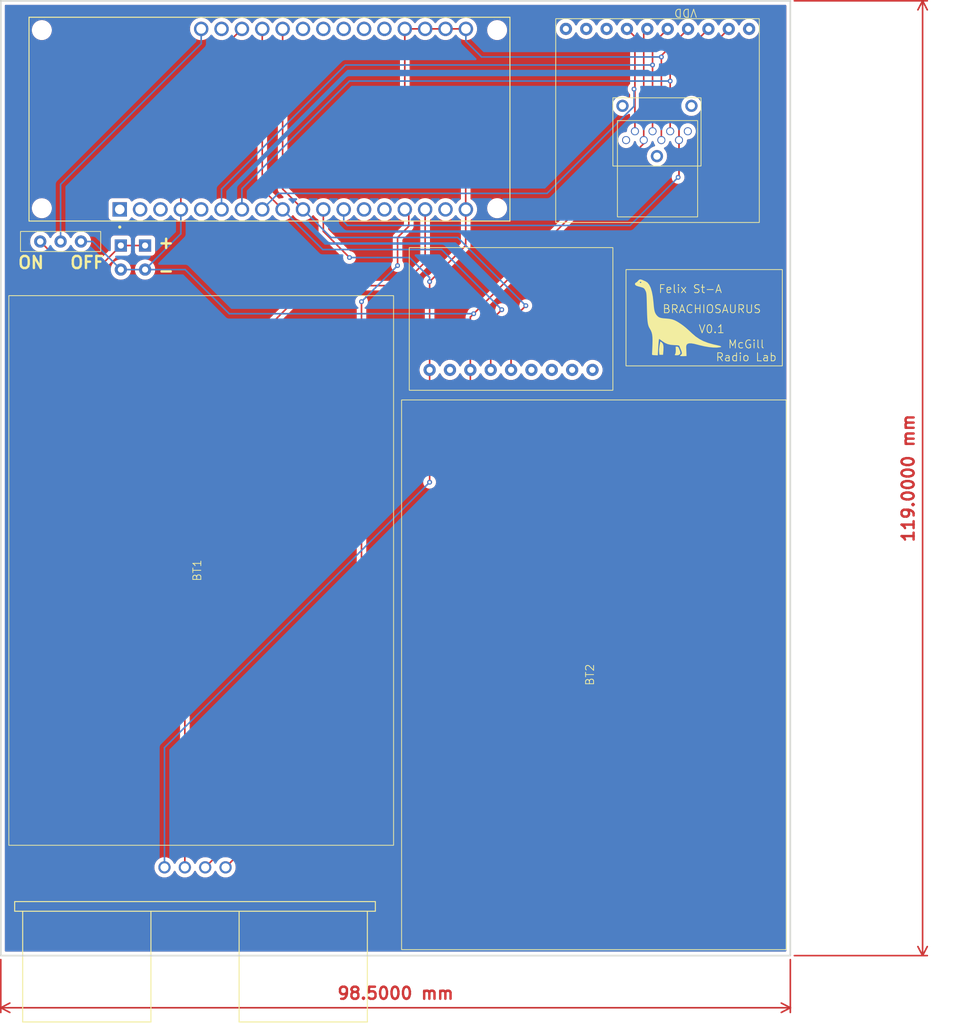
<source format=kicad_pcb>
(kicad_pcb (version 20240108) (generator "pcbnew") (generator_version "8.0")
  (layers (0 "F.Cu" signal) (31 "B.Cu" signal) (34 "B.Paste" user) (35 "F.Paste" user) (36 "B.SilkS" user "B.Silkscreen") (37 "F.SilkS" user "F.Silkscreen") (38 "B.Mask" user) (39 "F.Mask" user) (44 "Edge.Cuts" user))
  (net 0 "")
  (net 1 "Net-(U1-TRIG)")
  (net 2 "Net-(U1-ECHO)")
  (net 3 "Net-(U1-VCC)")
  (net 8 "Net-(U3-SCL)")
  (net 10 "Net-(U3-SDA)")
  (net 11 "Net-(U2-SCK)")
  (net 13 "Net-(U2-MISO)")
  (net 15 "Net-(U2-D7)")
  (net 18 "Net-(U2-MOSI)")
  (net 33 "Net-(SW1-B)")
  (net 36 "Net-(SW1-A)")
  (net 37 "Net-(SW1-C)")
  (footprint "singing foot:batteries" (layer "F.Cu") (at 121 110 90)
    (property "Reference" "BT1" (at 0 -0.5 90) (layer "F.SilkS") (effects (font (thickness 0.1))))
    (property "Value" "Battery_Cell")
    (fp_rect (start 34.25 -24) (end -34.25 24) (stroke (width 0.1)) (fill none) (layer "F.SilkS"))
  )
  (footprint "singing foot:battery_holes" (layer "F.Cu") (at 110.976 71 -90)
    (property "Reference" "U7" (hide yes))
    (property "Value" "~")
    (pad "1" thru_hole rect (at -1.5 0 270) (size 1.524 1.524) (drill 0.762) (layers "*.Cu" "*.Mask") (net 37 "Net-(SW1-C)"))
    (pad "2" thru_hole circle (at 1.5 0 270) (size 1.524 1.524) (drill 0.762) (layers "*.Cu" "*.Mask") (net 36 "Net-(SW1-A)"))
  )
  (footprint "singing foot:accelerometer" (layer "F.Cu") (at 159.66 78.65)
    (property "Reference" "U3" (hide yes))
    (property "Value" "~" (hide yes))
    (fp_rect (start -12.7 -8.89) (end 12.7 8.89) (stroke (width 0.1)) (fill none) (layer "F.SilkS"))
    (pad "1" thru_hole circle (at -10.16 6.35) (size 1.524 1.524) (drill 0.762) (layers "*.Cu" "*.Mask") (net 3 "Net-(U1-VCC)"))
    (pad "2" thru_hole circle (at -7.62 6.35) (size 1.524 1.524) (drill 0.762) (layers "*.Cu" "*.Mask"))
    (pad "3" thru_hole circle (at -5.08 6.35) (size 1.524 1.524) (drill 0.762) (layers "*.Cu" "*.Mask") (net 36 "Net-(SW1-A)"))
    (pad "4" thru_hole circle (at -2.54 6.35) (size 1.524 1.524) (drill 0.762) (layers "*.Cu" "*.Mask") (net 8 "Net-(U3-SCL)"))
    (pad "5" thru_hole circle (at 0 6.35) (size 1.524 1.524) (drill 0.762) (layers "*.Cu" "*.Mask") (net 10 "Net-(U3-SDA)"))
    (pad "6" thru_hole circle (at 2.54 6.35) (size 1.524 1.524) (drill 0.762) (layers "*.Cu" "*.Mask"))
    (pad "7" thru_hole circle (at 5.08 6.35) (size 1.524 1.524) (drill 0.762) (layers "*.Cu" "*.Mask"))
    (pad "8" thru_hole circle (at 7.62 6.35) (size 1.524 1.524) (drill 0.762) (layers "*.Cu" "*.Mask"))
    (pad "9" thru_hole circle (at 10.16 6.35) (size 1.524 1.524) (drill 0.762) (layers "*.Cu" "*.Mask"))
  )
  (footprint "singing foot:uSD board" (layer "F.Cu") (at 177.93 53.93 180)
    (property "Reference" "U4" (hide yes))
    (property "Value" "~" (hide yes))
    (fp_rect (start -5 -12) (end 5 0) (stroke (width 0.1)) (fill none) (layer "F.SilkS"))
    (fp_rect (start -12.7 -12.7) (end 12.7 12.7) (stroke (width 0.1)) (fill none) (layer "F.SilkS"))
    (fp_text user "VDD" (at -5 14 180) (layer "F.SilkS") (effects (font (thickness 0.1)) (justify left bottom)))
    (pad "1" thru_hole circle (at -11.43 11.43 180) (size 1.524 1.524) (drill 0.762) (layers "*.Cu" "*.Mask"))
    (pad "2" thru_hole circle (at -8.89 11.43 180) (size 1.524 1.524) (drill 0.762) (layers "*.Cu" "*.Mask") (net 15 "Net-(U2-D7)"))
    (pad "3" thru_hole circle (at -6.35 11.43 180) (size 1.524 1.524) (drill 0.762) (layers "*.Cu" "*.Mask") (net 18 "Net-(U2-MOSI)"))
    (pad "4" thru_hole circle (at -3.81 11.43 180) (size 1.524 1.524) (drill 0.762) (layers "*.Cu" "*.Mask") (net 3 "Net-(U1-VCC)"))
    (pad "5" thru_hole circle (at -1.27 11.43 180) (size 1.524 1.524) (drill 0.762) (layers "*.Cu" "*.Mask") (net 11 "Net-(U2-SCK)"))
    (pad "6" thru_hole circle (at 1.27 11.43 180) (size 1.524 1.524) (drill 0.762) (layers "*.Cu" "*.Mask") (net 36 "Net-(SW1-A)"))
    (pad "7" thru_hole circle (at 3.81 11.43 180) (size 1.524 1.524) (drill 0.762) (layers "*.Cu" "*.Mask") (net 13 "Net-(U2-MISO)"))
    (pad "8" thru_hole circle (at 6.35 11.43 180) (size 1.524 1.524) (drill 0.762) (layers "*.Cu" "*.Mask"))
    (pad "9" thru_hole circle (at 8.89 11.43 180) (size 1.524 1.524) (drill 0.762) (layers "*.Cu" "*.Mask"))
    (pad "10" thru_hole circle (at 11.43 11.43 180) (size 1.524 1.524) (drill 0.762) (layers "*.Cu" "*.Mask"))
  )
  (footprint "singing foot:battery_holes" (layer "F.Cu") (at 114 71 -90)
    (property "Reference" "U6" (hide yes))
    (property "Value" "~" (hide yes))
    (pad "1" thru_hole rect (at -1.5 0 270) (size 1.524 1.524) (drill 0.762) (layers "*.Cu" "*.Mask") (net 37 "Net-(SW1-C)"))
    (pad "2" thru_hole circle (at 1.5 0 270) (size 1.524 1.524) (drill 0.762) (layers "*.Cu" "*.Mask") (net 36 "Net-(SW1-A)"))
  )
  (footprint "singing foot:MODULE_DFR0654" (layer "F.Cu") (at 129.52 53.75 90)
    (property "Reference" "U2" (hide yes))
    (property "Value" "DFR0654")
    (fp_line (start 12.7 -30) (end -12.7 -30) (stroke (width 0.127)) (layer "F.SilkS"))
    (fp_line (start 12.7 -30) (end 12.7 30) (stroke (width 0.127)) (layer "F.SilkS"))
    (fp_line (start -12.7 -30) (end -12.7 30) (stroke (width 0.127)) (layer "F.SilkS"))
    (fp_line (start 12.7 30) (end -12.7 30) (stroke (width 0.127)) (layer "F.SilkS"))
    (fp_circle (center -13.45 -18.68) (end -13.35 -18.68) (stroke (width 0.2)) (fill none) (layer "F.SilkS"))
    (pad "" np_thru_hole circle (at -11.1 -28.4 90) (size 2 2) (drill 2) (layers "*.Cu" "*.Mask"))
    (pad "" np_thru_hole circle (at -11.1 28.4 90) (size 2 2) (drill 2) (layers "*.Cu" "*.Mask"))
    (pad "" np_thru_hole circle (at 11.1 -28.4 90) (size 2 2) (drill 2) (layers "*.Cu" "*.Mask"))
    (pad "" np_thru_hole circle (at 11.1 28.4 90) (size 2 2) (drill 2) (layers "*.Cu" "*.Mask"))
    (pad "1" thru_hole rect (at -11.25 -18.68 90) (size 1.8 1.8) (drill 1.2) (layers "*.Cu" "*.Mask"))
    (pad "2" thru_hole circle (at -11.25 -16.14 90) (size 1.8 1.8) (drill 1.2) (layers "*.Cu" "*.Mask"))
    (pad "3" thru_hole circle (at -11.25 -13.6 90) (size 1.8 1.8) (drill 1.2) (layers "*.Cu" "*.Mask"))
    (pad "4" thru_hole circle (at -11.25 -11.06 90) (size 1.8 1.8) (drill 1.2) (layers "*.Cu" "*.Mask") (net 36 "Net-(SW1-A)"))
    (pad "5" thru_hole circle (at -11.25 -8.52 90) (size 1.8 1.8) (drill 1.2) (layers "*.Cu" "*.Mask"))
    (pad "6" thru_hole circle (at -11.25 -5.98 90) (size 1.8 1.8) (drill 1.2) (layers "*.Cu" "*.Mask") (net 11 "Net-(U2-SCK)"))
    (pad "7" thru_hole circle (at -11.25 -3.44 90) (size 1.8 1.8) (drill 1.2) (layers "*.Cu" "*.Mask") (net 18 "Net-(U2-MOSI)"))
    (pad "8" thru_hole circle (at -11.25 -0.9 90) (size 1.8 1.8) (drill 1.2) (layers "*.Cu" "*.Mask") (net 13 "Net-(U2-MISO)"))
    (pad "9" thru_hole circle (at -11.25 1.64 90) (size 1.8 1.8) (drill 1.2) (layers "*.Cu" "*.Mask") (net 8 "Net-(U3-SCL)"))
    (pad "10" thru_hole circle (at -11.25 4.18 90) (size 1.8 1.8) (drill 1.2) (layers "*.Cu" "*.Mask") (net 10 "Net-(U3-SDA)"))
    (pad "11" thru_hole circle (at -11.25 6.72 90) (size 1.8 1.8) (drill 1.2) (layers "*.Cu" "*.Mask") (net 3 "Net-(U1-VCC)"))
    (pad "12" thru_hole circle (at -11.25 9.26 90) (size 1.8 1.8) (drill 1.2) (layers "*.Cu" "*.Mask") (net 15 "Net-(U2-D7)"))
    (pad "13" thru_hole circle (at -11.25 11.8 90) (size 1.8 1.8) (drill 1.2) (layers "*.Cu" "*.Mask"))
    (pad "14" thru_hole circle (at -11.25 14.34 90) (size 1.8 1.8) (drill 1.2) (layers "*.Cu" "*.Mask"))
    (pad "15" thru_hole circle (at -11.25 16.88 90) (size 1.8 1.8) (drill 1.2) (layers "*.Cu" "*.Mask") (net 2 "Net-(U1-ECHO)"))
    (pad "16" thru_hole circle (at -11.25 19.42 90) (size 1.8 1.8) (drill 1.2) (layers "*.Cu" "*.Mask") (net 1 "Net-(U1-TRIG)"))
    (pad "17" thru_hole circle (at -11.25 21.96 90) (size 1.8 1.8) (drill 1.2) (layers "*.Cu" "*.Mask"))
    (pad "18" thru_hole circle (at -11.25 24.5 90) (size 1.8 1.8) (drill 1.2) (layers "*.Cu" "*.Mask"))
    (pad "19" thru_hole circle (at 11.25 24.5 90) (size 1.8 1.8) (drill 1.2) (layers "*.Cu" "*.Mask") (net 3 "Net-(U1-VCC)"))
    (pad "20" thru_hole circle (at 11.25 21.96 90) (size 1.8 1.8) (drill 1.2) (layers "*.Cu" "*.Mask") (net 3 "Net-(U1-VCC)"))
    (pad "21" thru_hole circle (at 11.25 19.42 90) (size 1.8 1.8) (drill 1.2) (layers "*.Cu" "*.Mask") (net 3 "Net-(U1-VCC)"))
    (pad "22" thru_hole circle (at 11.25 16.88 90) (size 1.8 1.8) (drill 1.2) (layers "*.Cu" "*.Mask") (net 3 "Net-(U1-VCC)"))
    (pad "23" thru_hole circle (at 11.25 14.34 90) (size 1.8 1.8) (drill 1.2) (layers "*.Cu" "*.Mask"))
    (pad "24" thru_hole circle (at 11.25 11.8 90) (size 1.8 1.8) (drill 1.2) (layers "*.Cu" "*.Mask"))
    (pad "25" thru_hole circle (at 11.25 9.26 90) (size 1.8 1.8) (drill 1.2) (layers "*.Cu" "*.Mask"))
    (pad "26" thru_hole circle (at 11.25 6.72 90) (size 1.8 1.8) (drill 1.2) (layers "*.Cu" "*.Mask"))
    (pad "27" thru_hole circle (at 11.25 4.18 90) (size 1.8 1.8) (drill 1.2) (layers "*.Cu" "*.Mask"))
    (pad "28" thru_hole circle (at 11.25 1.64 90) (size 1.8 1.8) (drill 1.2) (layers "*.Cu" "*.Mask") (net 10 "Net-(U3-SDA)"))
    (pad "29" thru_hole circle (at 11.25 -0.9 90) (size 1.8 1.8) (drill 1.2) (layers "*.Cu" "*.Mask") (net 8 "Net-(U3-SCL)"))
    (pad "30" thru_hole circle (at 11.25 -3.44 90) (size 1.8 1.8) (drill 1.2) (layers "*.Cu" "*.Mask") (net 36 "Net-(SW1-A)"))
    (pad "31" thru_hole circle (at 11.25 -5.98 90) (size 1.8 1.8) (drill 1.2) (layers "*.Cu" "*.Mask"))
    (pad "32" thru_hole circle (at 11.25 -8.52 90) (size 1.8 1.8) (drill 1.2) (layers "*.Cu" "*.Mask") (net 33 "Net-(SW1-B)"))
  )
  (footprint "singing foot:XCVR_HC-SR04" (layer "F.Cu") (at 120.23 147)
    (property "Reference" "U1" (hide yes))
    (property "Value" "HC-SR04" (hide yes))
    (fp_line (start -22.5 4.27) (end 22.5 4.27) (stroke (width 0.127)) (layer "F.SilkS"))
    (fp_line (start -22.5 5.47) (end -22.5 4.27) (stroke (width 0.127)) (layer "F.SilkS"))
    (fp_line (start -21.5 5.47) (end -22.5 5.47) (stroke (width 0.127)) (layer "F.SilkS"))
    (fp_line (start -21.5 5.47) (end -21.5 19.27) (stroke (width 0.127)) (layer "F.SilkS"))
    (fp_line (start -21.5 19.27) (end -5.5 19.27) (stroke (width 0.127)) (layer "F.SilkS"))
    (fp_line (start -5.5 5.47) (end -21.5 5.47) (stroke (width 0.127)) (layer "F.SilkS"))
    (fp_line (start -5.5 5.47) (end -5.5 19.27) (stroke (width 0.127)) (layer "F.SilkS"))
    (fp_line (start 5.5 5.47) (end -5.5 5.47) (stroke (width 0.127)) (layer "F.SilkS"))
    (fp_line (start 5.5 5.47) (end 5.5 19.27) (stroke (width 0.127)) (layer "F.SilkS"))
    (fp_line (start 5.5 19.27) (end 21.5 19.27) (stroke (width 0.127)) (layer "F.SilkS"))
    (fp_line (start 21.5 5.47) (end 5.5 5.47) (stroke (width 0.127)) (layer "F.SilkS"))
    (fp_line (start 21.5 5.47) (end 21.5 19.27) (stroke (width 0.127)) (layer "F.SilkS"))
    (fp_line (start 22.5 4.27) (end 22.5 5.47) (stroke (width 0.127)) (layer "F.SilkS"))
    (fp_line (start 22.5 5.47) (end 21.5 5.47) (stroke (width 0.127)) (layer "F.SilkS"))
    (pad "1" thru_hole circle (at -3.81 0) (size 1.53 1.53) (drill 1.02) (layers "*.Cu" "*.Mask") (net 3 "Net-(U1-VCC)"))
    (pad "2" thru_hole circle (at -1.27 0) (size 1.53 1.53) (drill 1.02) (layers "*.Cu" "*.Mask") (net 1 "Net-(U1-TRIG)"))
    (pad "3" thru_hole circle (at 1.27 0) (size 1.53 1.53) (drill 1.02) (layers "*.Cu" "*.Mask") (net 2 "Net-(U1-ECHO)"))
    (pad "4" thru_hole circle (at 3.81 0) (size 1.53 1.53) (drill 1.02) (layers "*.Cu" "*.Mask") (net 36 "Net-(SW1-A)"))
  )
  (footprint "singing foot:batteries" (layer "F.Cu") (at 170 123 90)
    (property "Reference" "BT2" (at 0 -0.5 90) (layer "F.SilkS") (effects (font (thickness 0.1))))
    (property "Value" "Battery_Cell")
    (fp_rect (start 34.25 -24) (end -34.25 24) (stroke (width 0.1)) (fill none) (layer "F.SilkS"))
  )
  (footprint "singing foot:small_brachi" (layer "F.Cu") (at 180.5 78.5)
    (property "Reference" "G***" (hide yes))
    (property "Value" "LOGO" (hide yes))
    (fp_poly (pts (xy -2.179575 2.975739) (xy -2.075466 3.047072) (xy -2.048968 3.066464) (xy -1.929661 3.196215) (xy -1.855269 3.385284) (xy -1.822709 3.650108) (xy -1.828902 4.007124) (xy -1.841165 4.175014) (xy -1.879088 4.62364) (xy -2.10457 4.62364) (xy -2.330053 4.62364) (xy -2.368993 4.278368) (xy -2.374791 3.916444) (xy -2.322484 3.493244) (xy -2.314851 3.452718) (xy -2.271831 3.228786) (xy -2.239342 3.056035) (xy -2.222802 2.963406) (xy -2.22176 2.955531)) (fill solid) (layer "F.SilkS"))
    (fp_poly (pts (xy -0.139 3.603718) (xy -0.040579 3.616615) (xy 0.03143 3.671419) (xy 0.099509 3.794159) (xy 0.16513 3.955839) (xy 0.248511 4.180985) (xy 0.287907 4.326859) (xy 0.284976 4.425271) (xy 0.241381 4.508029) (xy 0.19682 4.562907) (xy 0.064462 4.65323) (xy -0.142234 4.683526) (xy -0.163464 4.683688) (xy -0.319981 4.676606) (xy -0.410978 4.658785) (xy -0.420331 4.649716) (xy -0.394539 4.576553) (xy -0.348555 4.484586) (xy -0.311949 4.353489) (xy -0.292477 4.150721) (xy -0.292401 3.978132) (xy -0.308023 3.602837)) (fill solid) (layer "F.SilkS"))
    (fp_poly (pts (xy -4.522341 -4.735148) (xy -4.490087 -4.721017) (xy -4.292407 -4.634026) (xy -4.084288 -4.546989) (xy -4.076119 -4.543693) (xy -3.821391 -4.379928) (xy -3.602215 -4.107279) (xy -3.418114 -3.724464) (xy -3.268613 -3.230199) (xy -3.153236 -2.623203) (xy -3.071508 -1.902194) (xy -3.064577 -1.816189) (xy -3.025325 -1.380576) (xy -2.979853 -1.043265) (xy -2.921973 -0.782461) (xy -2.845493 -0.576371) (xy -2.744224 -0.403202) (xy -2.619565 -0.249496) (xy -2.483482 -0.122834) (xy -2.325726 -0.03262) (xy -2.120894 0.029157) (xy -1.843583 0.070509) (xy -1.52379 0.096094) (xy -1.106961 0.134071) (xy -0.766788 0.19864) (xy -0.460501 0.303773) (xy -0.145327 0.463439) (xy 0.14315 0.640598) (xy 0.42829 0.831654) (xy 0.695482 1.02798) (xy 0.968013 1.248692) (xy 1.269167 1.512908) (xy 1.622233 1.839745) (xy 1.742737 1.953797) (xy 2.18666 2.335932) (xy 2.65339 2.653799) (xy 3.163787 2.917257) (xy 3.738708 3.136165) (xy 4.399012 3.320384) (xy 4.838328 3.417046) (xy 5.138077 3.486539) (xy 5.320233 3.549637) (xy 5.384192 3.605915) (xy 5.329351 3.654947) (xy 5.218953 3.684932) (xy 4.846593 3.72442) (xy 4.38569 3.71596) (xy 3.856748 3.661922) (xy 3.28027 3.564679) (xy 2.676757 3.426598) (xy 2.446294 3.364391) (xy 1.985494 3.249075) (xy 1.622887 3.192736) (xy 1.351093 3.197109) (xy 1.162731 3.26393) (xy 1.050419 3.394934) (xy 1.006776 3.591855) (xy 1.007583 3.702614) (xy 1.019045 3.927722) (xy 1.030822 4.200778) (xy 1.037607 4.383451) (xy 1.050827 4.773758) (xy 0.645508 4.791514) (xy 0.415249 4.792866) (xy 0.275803 4.774383) (xy 0.240189 4.746987) (xy 0.285727 4.66981) (xy 0.360283 4.609705) (xy 0.446474 4.527682) (xy 0.472814 4.411374) (xy 0.438446 4.23841) (xy 0.342512 3.98642) (xy 0.335778 3.970629) (xy 0.253119 3.77348) (xy 0.187955 3.610735) (xy 0.160199 3.534757) (xy 0.125113 3.488437) (xy 0.04054 3.45614) (xy -0.114242 3.433972) (xy -0.359955 3.41804) (xy -0.490828 3.412444) (xy -0.931714 3.374915) (xy -1.297835 3.291121) (xy -1.630224 3.146629) (xy -1.969913 2.927003) (xy -2.057139 2.861467) (xy -2.212369 2.745129) (xy -2.325589 2.665584) (xy -2.367054 2.64208) (xy -2.386866 2.6996) (xy -2.410117 2.862244) (xy -2.435413 3.11514) (xy -2.461359 3.443416) (xy -2.486559 3.832197) (xy -2.498246 4.040905) (xy -2.532756 4.689139) (xy -2.902667 4.671401) (xy -3.105162 4.658702) (xy -3.214217 4.636958) (xy -3.256432 4.593574) (xy -3.258411 4.515955) (xy -3.257188 4.503546) (xy -3.249821 4.394621) (xy -3.239287 4.189343) (xy -3.226675 3.911377) (xy -3.213077 3.58439) (xy -3.203744 3.344007) (xy -3.192472 2.842611) (xy -3.202984 2.438451) (xy -3.23876 2.110071) (xy -3.303279 1.836014) (xy -3.400019 1.594825) (xy -3.522035 1.381087) (xy -3.609788 1.231374) (xy -3.681487 1.071695) (xy -3.739111 0.887734) (xy -3.784643 0.665174) (xy -3.82006 0.389698) (xy -3.847344 0.04699) (xy -3.868475 -0.377268) (xy -3.885432 -0.897391) (xy -3.895766 -1.321041) (xy -3.907362 -1.829806) (xy -3.917916 -2.233512) (xy -3.928792 -2.547169) (xy -3.941356 -2.785788) (xy -3.956974 -2.96438) (xy -3.977011 -3.097955) (xy -4.002832 -3.201525) (xy -4.035803 -3.2901) (xy -4.07729 -3.378691) (xy -4.084214 -3.392672) (xy -4.157199 -3.530591) (xy -4.231156 -3.629534) (xy -4.330037 -3.703406) (xy -4.477793 -3.766108) (xy -4.698374 -3.831544) (xy -4.955054 -3.898181) (xy -5.210089 -3.984423) (xy -5.351895 -4.086915) (xy -5.386843 -4.211004) (xy -5.377544 -4.252921) (xy -5.312492 -4.355679) (xy -5.251889 -4.383452) (xy -5.21166 -4.403765) (xy -4.776671 -4.403765) (xy -4.731488 -4.336537) (xy -4.683688 -4.323405) (xy -4.60539 -4.366637) (xy -4.596182 -4.379303) (xy -4.600082 -4.450486) (xy -4.672271 -4.488515) (xy -4.744715 -4.472917) (xy -4.776671 -4.403765) (xy -5.21166 -4.403765) (xy -5.163405 -4.428131) (xy -5.054114 -4.53813) (xy -5.034924 -4.56299) (xy -4.878988 -4.726485) (xy -4.717996 -4.781009)) (fill solid) (layer "F.SilkS"))
  )
  (footprint "singing foot:uSD mount (up)" (layer "F.Cu") (at 177.86 52.09 180)
    (property "Reference" "U5" (hide yes))
    (property "Value" "~" (hide yes))
    (fp_rect (start -5.5 1) (end 5.5 -7.5) (stroke (width 0.1)) (fill none) (layer "F.SilkS"))
    (pad "" thru_hole circle (at -4.3 0 180) (size 1.524 1.524) (drill 0.9) (layers "*.Cu" "*.Mask"))
    (pad "" thru_hole circle (at 0 -6.27 180) (size 1.524 1.524) (drill 0.9) (layers "*.Cu" "*.Mask"))
    (pad "" thru_hole circle (at 4.3 0 180) (size 1.524 1.524) (drill 0.9) (layers "*.Cu" "*.Mask"))
    (pad "1" thru_hole circle (at -3.85 -3.17 180) (size 1 1) (drill 0.762) (layers "*.Cu" "*.Mask"))
    (pad "2" thru_hole circle (at -2.75 -4.27 180) (size 1 1) (drill 0.762) (layers "*.Cu" "*.Mask") (net 15 "Net-(U2-D7)"))
    (pad "3" thru_hole circle (at -1.65 -3.17 180) (size 1 1) (drill 0.762) (layers "*.Cu" "*.Mask") (net 18 "Net-(U2-MOSI)"))
    (pad "4" thru_hole circle (at -0.55 -4.27 180) (size 1 1) (drill 0.762) (layers "*.Cu" "*.Mask") (net 3 "Net-(U1-VCC)"))
    (pad "5" thru_hole circle (at 0.55 -3.17 180) (size 1 1) (drill 0.762) (layers "*.Cu" "*.Mask") (net 11 "Net-(U2-SCK)"))
    (pad "6" thru_hole circle (at 1.65 -4.27 180) (size 1 1) (drill 0.762) (layers "*.Cu" "*.Mask") (net 36 "Net-(SW1-A)"))
    (pad "7" thru_hole circle (at 2.75 -3.17 180) (size 1 1) (drill 0.762) (layers "*.Cu" "*.Mask") (net 13 "Net-(U2-MISO)"))
    (pad "8" thru_hole circle (at 3.85 -4.27 180) (size 1 1) (drill 0.762) (layers "*.Cu" "*.Mask"))
  )
  (footprint "singing foot:switch_sp" (layer "F.Cu") (at 103.46 69)
    (property "Reference" "SW1" (hide yes))
    (property "Value" "SW_SPDT_312" (hide yes))
    (fp_rect (start -5 -1.25) (end 5 1.25) (stroke (width 0.1)) (fill none) (layer "F.SilkS"))
    (pad "1" thru_hole circle (at 0 0) (size 1.524 1.524) (drill 0.8) (layers "*.Cu" "*.Mask") (net 33 "Net-(SW1-B)"))
    (pad "2" thru_hole circle (at -2.54 0) (size 1.524 1.524) (drill 0.8) (layers "*.Cu" "*.Mask") (net 37 "Net-(SW1-C)"))
    (pad "3" thru_hole circle (at 2.54 0) (size 1.524 1.524) (drill 0.8) (layers "*.Cu" "*.Mask") (net 36 "Net-(SW1-A)"))
  )
  (gr_rect (start 174 72.5) (end 193.5 84.5) (stroke (width 0.1)) (fill none) (layer "F.SilkS"))
  (gr_rect (start 194.5 158) (end 96 39) (stroke (width 0.2)) (fill none) (layer "Edge.Cuts"))
  (gr_text "V0.1" (at 183 80.5 0) (layer "F.SilkS") (effects (font (size 1 1) (thickness 0.1)) (justify left bottom)))
  (gr_text "-" (at 115.5 73.5 0) (layer "F.SilkS") (effects (font (size 1.5 1.5) (thickness 0.3) (bold yes)) (justify left bottom)))
  (gr_text "ON" (at 98 72.5 0) (layer "F.SilkS") (effects (font (size 1.5 1.5) (thickness 0.3) (bold yes)) (justify left bottom)))
  (gr_text "Felix St-A" (at 178 75.5 0) (layer "F.SilkS") (effects (font (size 1 1) (thickness 0.1)) (justify left bottom)))
  (gr_text "McGill\nRadio Lab" (at 189 84 0) (layer "F.SilkS") (effects (font (size 1 1) (thickness 0.1)) (justify bottom)))
  (gr_text "OFF" (at 104.5 72.5 0) (layer "F.SilkS") (effects (font (size 1.5 1.5) (thickness 0.3) (bold yes)) (justify left bottom)))
  (gr_text "BRACHIOSAURUS" (at 178.5 78 0) (layer "F.SilkS") (effects (font (size 1 1) (thickness 0.1)) (justify left bottom)))
  (gr_text "+" (at 115.5 70 0) (layer "F.SilkS") (effects (font (size 1.5 1.5) (thickness 0.3) (bold yes)) (justify left bottom)))
  (dimension (type aligned) (layer "F.Cu") (pts (xy 96 158) (xy 194.5 158)) (height 6.5) (gr_text "98,5000 mm" (at 145.25 162.7 0) (layer "F.Cu") (effects (font (size 1.5 1.5) (thickness 0.3)))) (format (prefix "") (suffix "") (units 3) (units_format 1) (precision 4)) (style (thickness 0.2) (arrow_length 1.27) (text_position_mode 0) (extension_height 0.58642) (extension_offset 0.5) keep_text_aligned))
  (dimension (type aligned) (layer "F.Cu") (pts (xy 194.5 158) (xy 194.5 39)) (height 16.5) (gr_text "119,0000 mm" (at 209.2 98.5 90) (layer "F.Cu") (effects (font (size 1.5 1.5) (thickness 0.3)))) (format (prefix "") (suffix "") (units 3) (units_format 1) (precision 4)) (style (thickness 0.2) (arrow_length 1.27) (text_position_mode 0) (extension_height 0.58642) (extension_offset 0.5) keep_text_aligned))
  (segment (start 134.5 74.5) (end 146 74.5) (width 0.2) (layer "F.Cu") (net 1))
  (segment (start 118.96 147) (end 118.96 90.04) (width 0.2) (layer "F.Cu") (net 1))
  (segment (start 119.25 89.75) (end 134.5 74.5) (width 0.2) (layer "F.Cu") (net 1))
  (segment (start 146 74.5) (end 148.94 71.56) (width 0.2) (layer "F.Cu") (net 1))
  (segment (start 148.94 71.56) (end 148.94 65) (width 0.2) (layer "F.Cu") (net 1))
  (segment (start 118.96 90.04) (end 119.25 89.75) (width 0.2) (layer "F.Cu") (net 1))
  (segment (start 145.5 68.5) (end 146.9 67.1) (width 0.2) (layer "F.Cu") (net 2))
  (segment (start 141 127.5) (end 141 125) (width 0.2) (layer "F.Cu") (net 2))
  (segment (start 146.9 67.1) (end 146.9 64.5) (width 0.2) (layer "F.Cu") (net 2))
  (segment (start 121.5 147) (end 141 127.5) (width 0.2) (layer "F.Cu") (net 2))
  (segment (start 145.5 72) (end 145.5 68.5) (width 0.2) (layer "F.Cu") (net 2))
  (segment (start 141 125) (end 141 76.5) (width 0.2) (layer "F.Cu") (net 2))
  (via (at 145.5 72) (size 0.6) (drill 0.3) (layers "F.Cu" "B.Cu") (net 2))
  (via (at 141 76.5) (size 0.6) (drill 0.3) (layers "F.Cu" "B.Cu") (net 2))
  (segment (start 141 76.5) (end 145.5 72) (width 0.2) (layer "B.Cu") (net 2))
  (segment (start 178.41 45.83) (end 181.74 42.5) (width 0.2) (layer "F.Cu") (net 3))
  (segment (start 154 69.5) (end 154 59) (width 0.2) (layer "F.Cu") (net 3))
  (segment (start 149.5 74) (end 154 69.5) (width 0.2) (layer "F.Cu") (net 3))
  (segment (start 154.02 42.5) (end 146.4 42.5) (width 0.2) (layer "F.Cu") (net 3))
  (segment (start 178.41 46) (end 178.41 56.36) (width 0.2) (layer "F.Cu") (net 3))
  (segment (start 154 59) (end 149.34 54.34) (width 0.2) (layer "F.Cu") (net 3))
  (segment (start 178.41 46) (end 178.41 45.83) (width 0.2) (layer "F.Cu") (net 3))
  (segment (start 139.5 71) (end 136.24 67.74) (width 0.2) (layer "F.Cu") (net 3))
  (segment (start 149.5 85) (end 149.5 74) (width 0.2) (layer "F.Cu") (net 3))
  (segment (start 146.4 42.5) (end 146.4 52.3) (width 0.2) (layer "F.Cu") (net 3))
  (segment (start 136.24 67.74) (end 136.24 65) (width 0.2) (layer "F.Cu") (net 3))
  (segment (start 149.5 99) (end 149.5 85) (width 0.2) (layer "F.Cu") (net 3))
  (via (at 149.5 99) (size 0.6) (drill 0.3) (layers "F.Cu" "B.Cu") (net 3))
  (via (at 139.5 71) (size 0.6) (drill 0.3) (layers "F.Cu" "B.Cu") (net 3))
  (via (at 149.5 74) (size 0.6) (drill 0.3) (layers "F.Cu" "B.Cu") (net 3))
  (via (at 178.41 46) (size 0.6) (drill 0.3) (layers "F.Cu" "B.Cu") (net 3))
  (segment (start 154.02 44.04) (end 154.02 42.5) (width 0.2) (layer "B.Cu") (net 3))
  (segment (start 116.42 132.08) (end 117.5 131) (width 0.2) (layer "B.Cu") (net 3))
  (segment (start 149.5 73.5) (end 147 71) (width 0.2) (layer "B.Cu") (net 3))
  (segment (start 178.41 46) (end 155.98 46) (width 0.2) (layer "B.Cu") (net 3))
  (segment (start 149.5 99) (end 117.5 131) (width 0.2) (layer "B.Cu") (net 3))
  (segment (start 147 71) (end 143 71) (width 0.2) (layer "B.Cu") (net 3))
  (segment (start 155.98 46) (end 154.02 44.04) (width 0.2) (layer "B.Cu") (net 3))
  (segment (start 143 71) (end 139.5 71) (width 0.2) (layer "B.Cu") (net 3))
  (segment (start 149.5 74) (end 149.5 73.5) (width 0.2) (layer "B.Cu") (net 3))
  (segment (start 116.42 147) (end 116.42 132.08) (width 0.2) (layer "B.Cu") (net 3))
  (segment (start 157.12 85) (end 157.12 78.88) (width 0.2) (layer "F.Cu") (net 8))
  (segment (start 157.12 78.88) (end 158.5 77.5) (width 0.2) (layer "F.Cu") (net 8))
  (segment (start 131.16 65) (end 128.62 62.46) (width 0.2) (layer "F.Cu") (net 8))
  (segment (start 128.62 62.46) (end 128.62 42.5) (width 0.2) (layer "F.Cu") (net 8))
  (via (at 158.5 77.5) (size 0.6) (drill 0.3) (layers "F.Cu" "B.Cu") (net 8))
  (segment (start 136.16 70) (end 131.16 65) (width 0.2) (layer "B.Cu") (net 8))
  (segment (start 151 70) (end 158.5 77.5) (width 0.2) (layer "B.Cu") (net 8))
  (segment (start 151 70) (end 136.16 70) (width 0.2) (layer "B.Cu") (net 8))
  (segment (start 159.66 78.84) (end 161.5 77) (width 0.2) (layer "F.Cu") (net 10))
  (segment (start 131.16 62.46) (end 131.16 42.5) (width 0.2) (layer "F.Cu") (net 10))
  (segment (start 133.7 65) (end 131.16 62.46) (width 0.2) (layer "F.Cu") (net 10))
  (segment (start 159.66 85) (end 159.66 78.84) (width 0.2) (layer "F.Cu") (net 10))
  (via (at 161.5 77) (size 0.6) (drill 0.3) (layers "F.Cu" "B.Cu") (net 10))
  (segment (start 161.5 77) (end 153 68.5) (width 0.2) (layer "B.Cu") (net 10))
  (segment (start 137.2 68.5) (end 133.7 65) (width 0.2) (layer "B.Cu") (net 10))
  (segment (start 153 68.5) (end 137.2 68.5) (width 0.2) (layer "B.Cu") (net 10))
  (segment (start 177.31 44.39) (end 179.2 42.5) (width 0.2) (layer "F.Cu") (net 11))
  (segment (start 177.31 47) (end 177.31 55.26) (width 0.2) (layer "F.Cu") (net 11))
  (segment (start 177.31 47) (end 177.31 44.39) (width 0.2) (layer "F.Cu") (net 11))
  (via (at 177.31 47) (size 0.6) (drill 0.3) (layers "F.Cu" "B.Cu") (net 11))
  (segment (start 139 47) (end 123.54 62.46) (width 0.2) (layer "B.Cu") (net 11))
  (segment (start 177.31 47) (end 139 47) (width 0.2) (layer "B.Cu") (net 11))
  (segment (start 123.54 62.46) (end 123.54 65) (width 0.2) (layer "B.Cu") (net 11))
  (segment (start 175.11 43.89) (end 175.11 43.49) (width 0.2) (layer "F.Cu") (net 13))
  (segment (start 175.11 55.26) (end 175.11 44.11) (width 0.2) (layer "F.Cu") (net 13))
  (segment (start 175 44) (end 175.11 43.89) (width 0.2) (layer "F.Cu") (net 13))
  (segment (start 175.11 44.11) (end 175 44) (width 0.2) (layer "F.Cu") (net 13))
  (segment (start 175.11 43.49) (end 174.12 42.5) (width 0.2) (layer "F.Cu") (net 13))
  (via (at 175 50) (size 0.6) (drill 0.3) (layers "F.Cu" "B.Cu") (net 13))
  (segment (start 130.62 63) (end 128.62 65) (width 0.2) (layer "B.Cu") (net 13))
  (segment (start 175 52.151895) (end 164.151895 63) (width 0.2) (layer "B.Cu") (net 13))
  (segment (start 164.151895 63) (end 130.62 63) (width 0.2) (layer "B.Cu") (net 13))
  (segment (start 175 50) (end 175 52.151895) (width 0.2) (layer "B.Cu") (net 13))
  (segment (start 182.41 46.91) (end 180.61 48.71) (width 0.2) (layer "F.Cu") (net 15))
  (segment (start 180.61 56.36) (end 180.61 60.89) (width 0.2) (layer "F.Cu") (net 15))
  (segment (start 180.61 60.89) (end 180.5 61) (width 0.2) (layer "F.Cu") (net 15))
  (segment (start 180.61 48.71) (end 180.61 56.36) (width 0.2) (layer "F.Cu") (net 15))
  (segment (start 182.41 46.91) (end 186.82 42.5) (width 0.2) (layer "F.Cu") (net 15))
  (via (at 180.5 61) (size 0.6) (drill 0.3) (layers "F.Cu" "B.Cu") (net 15))
  (segment (start 138.78 66.54) (end 138.78 65) (width 0.2) (layer "B.Cu") (net 15))
  (segment (start 139.24 67) (end 138.78 66.54) (width 0.2) (layer "B.Cu") (net 15))
  (segment (start 174.5 67) (end 139.24 67) (width 0.2) (layer "B.Cu") (net 15))
  (segment (start 180.5 61) (end 174.5 67) (width 0.2) (layer "B.Cu") (net 15))
  (segment (start 179.51 49) (end 179.51 47.27) (width 0.2) (layer "F.Cu") (net 18))
  (segment (start 179.51 47.27) (end 184.28 42.5) (width 0.2) (layer "F.Cu") (net 18))
  (segment (start 179.51 49) (end 179.51 55.26) (width 0.2) (layer "F.Cu") (net 18))
  (via (at 179.51 49) (size 0.6) (drill 0.3) (layers "F.Cu" "B.Cu") (net 18))
  (segment (start 126.08 62.42) (end 126.08 65) (width 0.2) (layer "B.Cu") (net 18))
  (segment (start 139.5 49) (end 126.08 62.42) (width 0.2) (layer "B.Cu") (net 18))
  (segment (start 179.51 49) (end 139.5 49) (width 0.2) (layer "B.Cu") (net 18))
  (segment (start 103.46 61.879188) (end 121 44.339188) (width 0.2) (layer "B.Cu") (net 33))
  (segment (start 103.46 69) (end 103.46 61.879188) (width 0.2) (layer "B.Cu") (net 33))
  (segment (start 121 44.339188) (end 121 42.5) (width 0.2) (layer "B.Cu") (net 33))
  (segment (start 176.21 42.95) (end 176.21 56.36) (width 0.2) (layer "F.Cu") (net 36))
  (segment (start 176.21 56.36) (end 176.21 56.79) (width 0.2) (layer "F.Cu") (net 36))
  (segment (start 154.58 116.5) (end 154.58 116) (width 0.2) (layer "F.Cu") (net 36))
  (segment (start 124.04 147) (end 154.58 116.46) (width 0.2) (layer "F.Cu") (net 36))
  (segment (start 154.58 78.42) (end 154.58 85) (width 0.2) (layer "F.Cu") (net 36))
  (segment (start 154.58 116.46) (end 154.58 116) (width 0.2) (layer "F.Cu") (net 36))
  (segment (start 176.21 56.79) (end 155 78) (width 0.2) (layer "F.Cu") (net 36))
  (segment (start 176.66 42.5) (end 176.21 42.95) (width 0.2) (layer "F.Cu") (net 36))
  (segment (start 155 78) (end 154.58 78.42) (width 0.2) (layer "F.Cu") (net 36))
  (segment (start 154.58 116) (end 154.58 85) (width 0.2) (layer "F.Cu") (net 36))
  (segment (start 118.46 65) (end 118.46 50.12) (width 0.2) (layer "F.Cu") (net 36))
  (segment (start 118.46 50.12) (end 126.08 42.5) (width 0.2) (layer "F.Cu") (net 36))
  (via (at 155 78) (size 0.6) (drill 0.3) (layers "F.Cu" "B.Cu") (net 36))
  (segment (start 114 72.5) (end 118.46 68.04) (width 0.2) (layer "B.Cu") (net 36))
  (segment (start 119 72.5) (end 124.5 78) (width 0.2) (layer "B.Cu") (net 36))
  (segment (start 110.976 72.5) (end 114 72.5) (width 0.2) (layer "B.Cu") (net 36))
  (segment (start 114 72.5) (end 119 72.5) (width 0.2) (layer "B.Cu") (net 36))
  (segment (start 118.46 68.04) (end 118.46 65) (width 0.2) (layer "B.Cu") (net 36))
  (segment (start 106 69) (end 107.476 69) (width 0.2) (layer "B.Cu") (net 36))
  (segment (start 155 78) (end 124.5 78) (width 0.2) (layer "B.Cu") (net 36))
  (segment (start 107.476 69) (end 110.976 72.5) (width 0.2) (layer "B.Cu") (net 36))
  (segment (start 103.42 71.5) (end 100.92 69) (width 0.2) (layer "F.Cu") (net 37))
  (segment (start 110.976 69.5) (end 109 71.476) (width 0.2) (layer "F.Cu") (net 37))
  (segment (start 114 69.5) (end 110.976 69.5) (width 0.2) (layer "F.Cu") (net 37))
  (segment (start 109 71.5) (end 103.42 71.5) (width 0.2) (layer "F.Cu") (net 37))
  (segment (start 109 71.476) (end 109 71.5) (width 0.2) (layer "F.Cu") (net 37))
  (zone (net 0) (net_name "") (layers "F&B.Cu") (connect_pads (clearance 0.5)) (min_thickness 0.25) (fill yes (thermal_gap 0.5) (thermal_bridge_width 0.5) (island_removal_mode 1) (island_area_min 10))
    (polygon (pts (xy 96 39) (xy 194.5 39) (xy 194.5 158) (xy 96 158)))
  )
)
</source>
